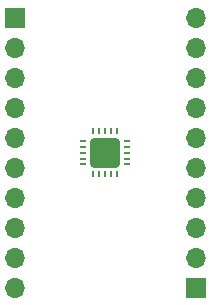
<source format=gbr>
%TF.GenerationSoftware,KiCad,Pcbnew,(6.0.9)*%
%TF.CreationDate,2022-12-23T02:35:25-08:00*%
%TF.ProjectId,AD8232_breakout,41443832-3332-45f6-9272-65616b6f7574,rev?*%
%TF.SameCoordinates,Original*%
%TF.FileFunction,Soldermask,Top*%
%TF.FilePolarity,Negative*%
%FSLAX46Y46*%
G04 Gerber Fmt 4.6, Leading zero omitted, Abs format (unit mm)*
G04 Created by KiCad (PCBNEW (6.0.9)) date 2022-12-23 02:35:25*
%MOMM*%
%LPD*%
G01*
G04 APERTURE LIST*
G04 Aperture macros list*
%AMRoundRect*
0 Rectangle with rounded corners*
0 $1 Rounding radius*
0 $2 $3 $4 $5 $6 $7 $8 $9 X,Y pos of 4 corners*
0 Add a 4 corners polygon primitive as box body*
4,1,4,$2,$3,$4,$5,$6,$7,$8,$9,$2,$3,0*
0 Add four circle primitives for the rounded corners*
1,1,$1+$1,$2,$3*
1,1,$1+$1,$4,$5*
1,1,$1+$1,$6,$7*
1,1,$1+$1,$8,$9*
0 Add four rect primitives between the rounded corners*
20,1,$1+$1,$2,$3,$4,$5,0*
20,1,$1+$1,$4,$5,$6,$7,0*
20,1,$1+$1,$6,$7,$8,$9,0*
20,1,$1+$1,$8,$9,$2,$3,0*%
G04 Aperture macros list end*
%ADD10R,0.500000X0.250000*%
%ADD11R,0.250000X0.500000*%
%ADD12RoundRect,0.325000X-0.925000X-0.925000X0.925000X-0.925000X0.925000X0.925000X-0.925000X0.925000X0*%
%ADD13R,1.700000X1.700000*%
%ADD14O,1.700000X1.700000*%
G04 APERTURE END LIST*
D10*
%TO.C,U1*%
X145470000Y-91705000D03*
X145470000Y-92205000D03*
X145470000Y-92705000D03*
X145470000Y-93205000D03*
X145470000Y-93705000D03*
D11*
X146320000Y-94555000D03*
X146820000Y-94555000D03*
X147320000Y-94555000D03*
X147820000Y-94555000D03*
X148320000Y-94555000D03*
D10*
X149170000Y-93705000D03*
X149170000Y-93205000D03*
X149170000Y-92705000D03*
X149170000Y-92205000D03*
X149170000Y-91705000D03*
D11*
X148320000Y-90855000D03*
X147820000Y-90855000D03*
X147320000Y-90855000D03*
X146820000Y-90855000D03*
X146320000Y-90855000D03*
D12*
X147320000Y-92705000D03*
%TD*%
D13*
%TO.C,J1*%
X139700000Y-81280000D03*
D14*
X139700000Y-83820000D03*
X139700000Y-86360000D03*
X139700000Y-88900000D03*
X139700000Y-91440000D03*
X139700000Y-93980000D03*
X139700000Y-96520000D03*
X139700000Y-99060000D03*
X139700000Y-101600000D03*
X139700000Y-104140000D03*
%TD*%
D13*
%TO.C,J2*%
X155000000Y-104130000D03*
D14*
X155000000Y-101590000D03*
X155000000Y-99050000D03*
X155000000Y-96510000D03*
X155000000Y-93970000D03*
X155000000Y-91430000D03*
X155000000Y-88890000D03*
X155000000Y-86350000D03*
X155000000Y-83810000D03*
X155000000Y-81270000D03*
%TD*%
M02*

</source>
